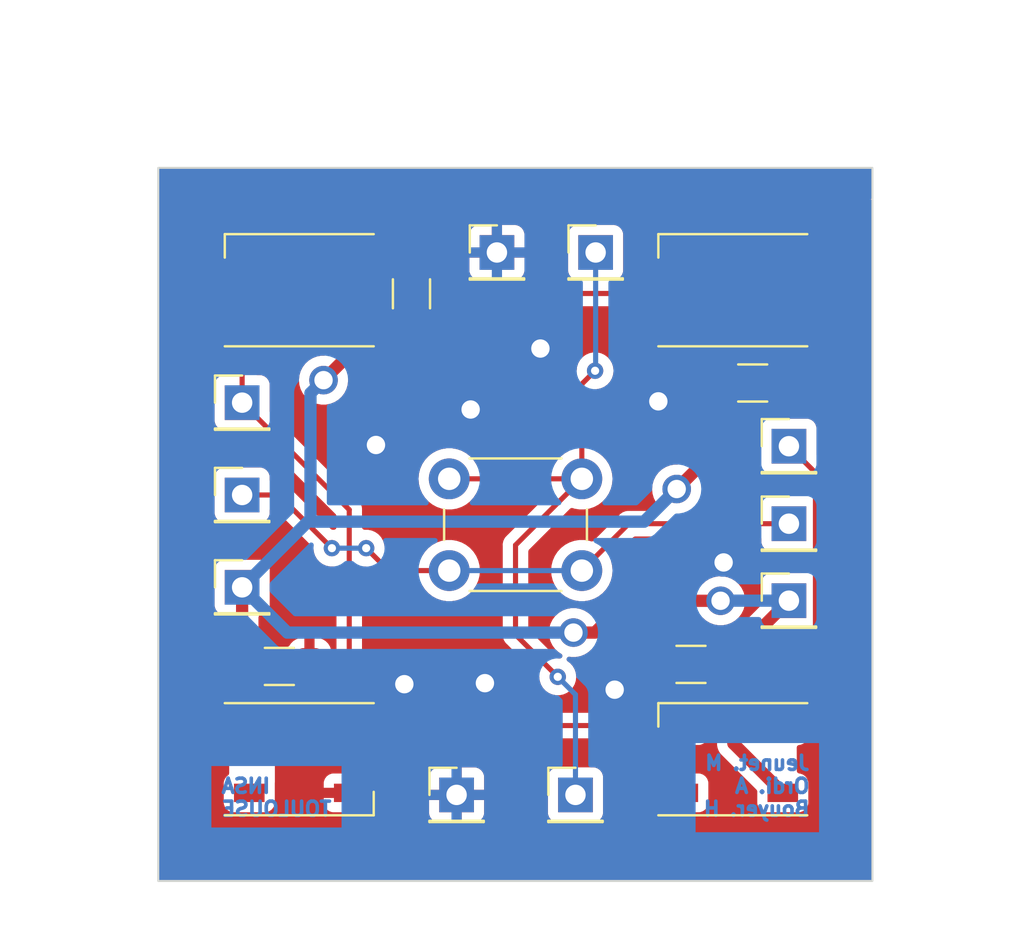
<source format=kicad_pcb>
(kicad_pcb (version 20221018) (generator pcbnew)
  (layers (0 "F.Cu" signal) (31 "B.Cu" signal) (34 "B.Paste" user) (35 "F.Paste" user) (36 "B.SilkS" user "B.Silkscreen") (37 "F.SilkS" user "F.Silkscreen") (38 "B.Mask" user) (39 "F.Mask" user) (44 "Edge.Cuts" user))
  (net 0 "")
  (net 1 "+5V")
  (net 2 "GND")
  (net 3 "Net-(Connector2-Pin_1)")
  (net 4 "Net-(Connector3-Pin_1)")
  (net 5 "/LED_DIN")
  (net 6 "/LED_DOUT")
  (footprint "Capacitor_SMD:C_1206_3216Metric" (layer "F.Cu") (at 33.01 27.645 90)
    (fp_text reference "C1" hide)
    (fp_text value "100nF" hide)
    (fp_line (start -0.711252 -0.91) (end 0.711252 -0.91) (stroke (width 0.12)) (layer "F.SilkS"))
    (fp_line (start -0.711252 0.91) (end 0.711252 0.91) (stroke (width 0.12)) (layer "F.SilkS"))
    (pad "1" smd roundrect (at -1.475 0 90) (size 1.15 1.8) (layers "F.Cu" "F.Paste" "F.Mask") (roundrect_rratio 0.2173913043) (net 1 "+5V"))
    (pad "2" smd roundrect (at 1.475 0 90) (size 1.15 1.8) (layers "F.Cu" "F.Paste" "F.Mask") (roundrect_rratio 0.2173913043) (net 2 "GND"))
  )
  (footprint "Connector_PinHeader_2.54mm:PinHeader_1x01_P2.54mm_Vertical" (layer "F.Cu") (at 51.51 38.92)
    (fp_text reference "Connector7" hide)
    (fp_text value "BP_LINE_OUT")
    (fp_line (start -1.33 -1.33) (end 0 -1.33) (stroke (width 0.12)) (layer "F.SilkS"))
    (fp_line (start -1.33 0) (end -1.33 -1.33) (stroke (width 0.12)) (layer "F.SilkS"))
    (fp_line (start -1.33 1.27) (end -1.33 1.33) (stroke (width 0.12)) (layer "F.SilkS"))
    (fp_line (start -1.33 1.27) (end 1.33 1.27) (stroke (width 0.12)) (layer "F.SilkS"))
    (fp_line (start -1.33 1.33) (end 1.33 1.33) (stroke (width 0.12)) (layer "F.SilkS"))
    (fp_line (start 1.33 1.27) (end 1.33 1.33) (stroke (width 0.12)) (layer "F.SilkS"))
    (pad "1" thru_hole rect (at 0 0) (size 1.7 1.7) (drill 1) (layers "*.Cu" "*.Mask") (net 3 "Net-(Connector2-Pin_1)"))
  )
  (footprint "LED_SMD:LED_WS2812B_PLCC4_5.0x5.0mm_P3.2mm" (layer "F.Cu") (at 27.51 50.47)
    (fp_text reference "D3" hide)
    (fp_text value "WS2812B" hide)
    (fp_line (start -3.65 -2.75) (end 3.65 -2.75) (stroke (width 0.12)) (layer "F.SilkS"))
    (fp_line (start -3.65 2.75) (end 3.65 2.75) (stroke (width 0.12)) (layer "F.SilkS"))
    (fp_line (start 3.65 2.75) (end 3.65 1.6) (stroke (width 0.12)) (layer "F.SilkS"))
    (pad "1" smd rect (at -2.45 -1.65) (size 1.5 0.9) (layers "F.Cu" "F.Paste" "F.Mask") (net 1 "+5V"))
    (pad "2" smd rect (at -2.45 1.65) (size 1.5 0.9) (layers "F.Cu" "F.Paste" "F.Mask"))
    (pad "3" smd rect (at 2.45 1.65) (size 1.5 0.9) (layers "F.Cu" "F.Paste" "F.Mask") (net 2 "GND"))
    (pad "4" smd rect (at 2.45 -1.65) (size 1.5 0.9) (layers "F.Cu" "F.Paste" "F.Mask") (net 5 "/LED_DIN"))
  )
  (footprint "Capacitor_SMD:C_1206_3216Metric" (layer "F.Cu") (at 26.535 45.92)
    (fp_text reference "C3" hide)
    (fp_text value "100nF" hide)
    (fp_line (start -0.711252 -0.91) (end 0.711252 -0.91) (stroke (width 0.12)) (layer "F.SilkS"))
    (fp_line (start -0.711252 0.91) (end 0.711252 0.91) (stroke (width 0.12)) (layer "F.SilkS"))
    (pad "1" smd roundrect (at -1.475 0) (size 1.15 1.8) (layers "F.Cu" "F.Paste" "F.Mask") (roundrect_rratio 0.2173913043) (net 1 "+5V"))
    (pad "2" smd roundrect (at 1.475 0) (size 1.15 1.8) (layers "F.Cu" "F.Paste" "F.Mask") (roundrect_rratio 0.2173913043) (net 2 "GND"))
  )
  (footprint "LED_SMD:LED_WS2812B_PLCC4_5.0x5.0mm_P3.2mm" (layer "F.Cu") (at 27.51 27.47 180)
    (fp_text reference "D1" hide)
    (fp_text value "WS2812B" hide)
    (fp_line (start -3.65 -2.75) (end 3.65 -2.75) (stroke (width 0.12)) (layer "F.SilkS"))
    (fp_line (start -3.65 2.75) (end 3.65 2.75) (stroke (width 0.12)) (layer "F.SilkS"))
    (fp_line (start 3.65 2.75) (end 3.65 1.6) (stroke (width 0.12)) (layer "F.SilkS"))
    (pad "1" smd rect (at -2.45 -1.65 180) (size 1.5 0.9) (layers "F.Cu" "F.Paste" "F.Mask") (net 1 "+5V"))
    (pad "2" smd rect (at -2.45 1.65 180) (size 1.5 0.9) (layers "F.Cu" "F.Paste" "F.Mask"))
    (pad "3" smd rect (at 2.45 1.65 180) (size 1.5 0.9) (layers "F.Cu" "F.Paste" "F.Mask") (net 2 "GND"))
    (pad "4" smd rect (at 2.45 -1.65 180) (size 1.5 0.9) (layers "F.Cu" "F.Paste" "F.Mask") (net 5 "/LED_DIN"))
  )
  (footprint "LED_SMD:LED_WS2812B_PLCC4_5.0x5.0mm_P3.2mm" (layer "F.Cu") (at 48.76 50.47 180)
    (fp_text reference "D4" hide)
    (fp_text value "WS2812B" hide)
    (fp_line (start -3.65 -2.75) (end 3.65 -2.75) (stroke (width 0.12)) (layer "F.SilkS"))
    (fp_line (start -3.65 2.75) (end 3.65 2.75) (stroke (width 0.12)) (layer "F.SilkS"))
    (fp_line (start 3.65 2.75) (end 3.65 1.6) (stroke (width 0.12)) (layer "F.SilkS"))
    (pad "1" smd rect (at -2.45 -1.65 180) (size 1.5 0.9) (layers "F.Cu" "F.Paste" "F.Mask") (net 1 "+5V"))
    (pad "2" smd rect (at -2.45 1.65 180) (size 1.5 0.9) (layers "F.Cu" "F.Paste" "F.Mask") (net 6 "/LED_DOUT"))
    (pad "3" smd rect (at 2.45 1.65 180) (size 1.5 0.9) (layers "F.Cu" "F.Paste" "F.Mask") (net 2 "GND"))
    (pad "4" smd rect (at 2.45 -1.65 180) (size 1.5 0.9) (layers "F.Cu" "F.Paste" "F.Mask") (net 5 "/LED_DIN"))
  )
  (footprint "Connector_PinHeader_2.54mm:PinHeader_1x01_P2.54mm_Vertical" (layer "F.Cu") (at 41.048332 52.22)
    (fp_text reference "Connector8" hide)
    (fp_text value "BP_COLL_OUT" hide)
    (fp_line (start -1.33 -1.33) (end 0 -1.33) (stroke (width 0.12)) (layer "F.SilkS"))
    (fp_line (start -1.33 0) (end -1.33 -1.33) (stroke (width 0.12)) (layer "F.SilkS"))
    (fp_line (start -1.33 1.27) (end -1.33 1.33) (stroke (width 0.12)) (layer "F.SilkS"))
    (fp_line (start -1.33 1.27) (end 1.33 1.27) (stroke (width 0.12)) (layer "F.SilkS"))
    (fp_line (start -1.33 1.33) (end 1.33 1.33) (stroke (width 0.12)) (layer "F.SilkS"))
    (fp_line (start 1.33 1.27) (end 1.33 1.33) (stroke (width 0.12)) (layer "F.SilkS"))
    (pad "1" thru_hole rect (at 0 0) (size 1.7 1.7) (drill 1) (layers "*.Cu" "*.Mask") (net 4 "Net-(Connector3-Pin_1)"))
  )
  (footprint "Connector_PinHeader_2.54mm:PinHeader_1x01_P2.54mm_Vertical" (layer "F.Cu") (at 37.198333 25.62)
    (fp_text reference "Connector4" hide)
    (fp_text value "GND")
    (fp_line (start -1.33 -1.33) (end 0 -1.33) (stroke (width 0.12)) (layer "F.SilkS"))
    (fp_line (start -1.33 0) (end -1.33 -1.33) (stroke (width 0.12)) (layer "F.SilkS"))
    (fp_line (start -1.33 1.27) (end -1.33 1.33) (stroke (width 0.12)) (layer "F.SilkS"))
    (fp_line (start -1.33 1.27) (end 1.33 1.27) (stroke (width 0.12)) (layer "F.SilkS"))
    (fp_line (start -1.33 1.33) (end 1.33 1.33) (stroke (width 0.12)) (layer "F.SilkS"))
    (fp_line (start 1.33 1.27) (end 1.33 1.33) (stroke (width 0.12)) (layer "F.SilkS"))
    (pad "1" thru_hole rect (at 0 0) (size 1.7 1.7) (drill 1) (layers "*.Cu" "*.Mask") (net 2 "GND"))
  )
  (footprint "Capacitor_SMD:C_1206_3216Metric" (layer "F.Cu") (at 46.71 45.82 180)
    (fp_text reference "C4" hide)
    (fp_text value "100nF" hide)
    (fp_line (start -0.711252 -0.91) (end 0.711252 -0.91) (stroke (width 0.12)) (layer "F.SilkS"))
    (fp_line (start -0.711252 0.91) (end 0.711252 0.91) (stroke (width 0.12)) (layer "F.SilkS"))
    (pad "1" smd roundrect (at -1.475 0 180) (size 1.15 1.8) (layers "F.Cu" "F.Paste" "F.Mask") (roundrect_rratio 0.2173913043) (net 1 "+5V"))
    (pad "2" smd roundrect (at 1.475 0 180) (size 1.15 1.8) (layers "F.Cu" "F.Paste" "F.Mask") (roundrect_rratio 0.2173913043) (net 2 "GND"))
  )
  (footprint "Connector_PinHeader_2.54mm:PinHeader_1x01_P2.54mm_Vertical" (layer "F.Cu") (at 24.71 42.04125)
    (fp_text reference "Connector1" hide)
    (fp_text value "5V")
    (fp_line (start -1.33 -1.33) (end 0 -1.33) (stroke (width 0.12)) (layer "F.SilkS"))
    (fp_line (start -1.33 0) (end -1.33 -1.33) (stroke (width 0.12)) (layer "F.SilkS"))
    (fp_line (start -1.33 1.27) (end -1.33 1.33) (stroke (width 0.12)) (layer "F.SilkS"))
    (fp_line (start -1.33 1.27) (end 1.33 1.27) (stroke (width 0.12)) (layer "F.SilkS"))
    (fp_line (start -1.33 1.33) (end 1.33 1.33) (stroke (width 0.12)) (layer "F.SilkS"))
    (fp_line (start 1.33 1.27) (end 1.33 1.33) (stroke (width 0.12)) (layer "F.SilkS"))
    (pad "1" thru_hole rect (at 0 0) (size 1.7 1.7) (drill 1) (layers "*.Cu" "*.Mask") (net 1 "+5V"))
  )
  (footprint "Capacitor_SMD:C_1206_3216Metric" (layer "F.Cu") (at 49.735 32.02 180)
    (fp_text reference "C2" hide)
    (fp_text value "100nF" hide)
    (fp_line (start -0.711252 -0.91) (end 0.711252 -0.91) (stroke (width 0.12)) (layer "F.SilkS"))
    (fp_line (start -0.711252 0.91) (end 0.711252 0.91) (stroke (width 0.12)) (layer "F.SilkS"))
    (pad "1" smd roundrect (at -1.475 0 180) (size 1.15 1.8) (layers "F.Cu" "F.Paste" "F.Mask") (roundrect_rratio 0.2173913043) (net 1 "+5V"))
    (pad "2" smd roundrect (at 1.475 0 180) (size 1.15 1.8) (layers "F.Cu" "F.Paste" "F.Mask") (roundrect_rratio 0.2173913043) (net 2 "GND"))
  )
  (footprint "Connector_PinHeader_2.54mm:PinHeader_1x01_P2.54mm_Vertical" (layer "F.Cu") (at 24.71 32.98375)
    (fp_text reference "Connector5" hide)
    (fp_text value "LED_IN")
    (fp_line (start -1.33 -1.33) (end 0 -1.33) (stroke (width 0.12)) (layer "F.SilkS"))
    (fp_line (start -1.33 0) (end -1.33 -1.33) (stroke (width 0.12)) (layer "F.SilkS"))
    (fp_line (start -1.33 1.27) (end -1.33 1.33) (stroke (width 0.12)) (layer "F.SilkS"))
    (fp_line (start -1.33 1.27) (end 1.33 1.27) (stroke (width 0.12)) (layer "F.SilkS"))
    (fp_line (start -1.33 1.33) (end 1.33 1.33) (stroke (width 0.12)) (layer "F.SilkS"))
    (fp_line (start 1.33 1.27) (end 1.33 1.33) (stroke (width 0.12)) (layer "F.SilkS"))
    (pad "1" thru_hole rect (at 0 0) (size 1.7 1.7) (drill 1) (layers "*.Cu" "*.Mask") (net 5 "/LED_DIN"))
  )
  (footprint "Button_Switch_THT:SW_PUSH_6mm" (layer "F.Cu") (at 34.86 36.72)
    (fp_text reference "SW1" hide)
    (fp_text value "SW_Push_Button" hide)
    (fp_line (start -0.25 1.5) (end -0.25 3) (stroke (width 0.12)) (layer "F.SilkS"))
    (fp_line (start 1 5.5) (end 5.5 5.5) (stroke (width 0.12)) (layer "F.SilkS"))
    (fp_line (start 5.5 -1) (end 1 -1) (stroke (width 0.12)) (layer "F.SilkS"))
    (fp_line (start 6.75 3) (end 6.75 1.5) (stroke (width 0.12)) (layer "F.SilkS"))
    (pad "1" thru_hole circle (at 0 0 90) (size 2 2) (drill 1.1) (layers "*.Cu" "*.Mask") (net 4 "Net-(Connector3-Pin_1)"))
    (pad "1" thru_hole circle (at 6.5 0 90) (size 2 2) (drill 1.1) (layers "*.Cu" "*.Mask") (net 4 "Net-(Connector3-Pin_1)"))
    (pad "2" thru_hole circle (at 0 4.5 90) (size 2 2) (drill 1.1) (layers "*.Cu" "*.Mask") (net 3 "Net-(Connector2-Pin_1)"))
    (pad "2" thru_hole circle (at 6.5 4.5 90) (size 2 2) (drill 1.1) (layers "*.Cu" "*.Mask") (net 3 "Net-(Connector2-Pin_1)"))
  )
  (footprint "LED_SMD:LED_WS2812B_PLCC4_5.0x5.0mm_P3.2mm" (layer "F.Cu") (at 48.76 27.47 180)
    (fp_text reference "D2" hide)
    (fp_text value "WS2812B" hide)
    (fp_line (start -3.65 -2.75) (end 3.65 -2.75) (stroke (width 0.12)) (layer "F.SilkS"))
    (fp_line (start -3.65 2.75) (end 3.65 2.75) (stroke (width 0.12)) (layer "F.SilkS"))
    (fp_line (start 3.65 2.75) (end 3.65 1.6) (stroke (width 0.12)) (layer "F.SilkS"))
    (pad "1" smd rect (at -2.45 -1.65 180) (size 1.5 0.9) (layers "F.Cu" "F.Paste" "F.Mask") (net 1 "+5V"))
    (pad "2" smd rect (at -2.45 1.65 180) (size 1.5 0.9) (layers "F.Cu" "F.Paste" "F.Mask"))
    (pad "3" smd rect (at 2.45 1.65 180) (size 1.5 0.9) (layers "F.Cu" "F.Paste" "F.Mask") (net 2 "GND"))
    (pad "4" smd rect (at 2.45 -1.65 180) (size 1.5 0.9) (layers "F.Cu" "F.Paste" "F.Mask") (net 5 "/LED_DIN"))
  )
  (footprint "Connector_PinHeader_2.54mm:PinHeader_1x01_P2.54mm_Vertical" (layer "F.Cu") (at 24.71 37.5125)
    (fp_text reference "Connector2" hide)
    (fp_text value "BP_LINE_IN")
    (fp_line (start -1.33 -1.33) (end 0 -1.33) (stroke (width 0.12)) (layer "F.SilkS"))
    (fp_line (start -1.33 0) (end -1.33 -1.33) (stroke (width 0.12)) (layer "F.SilkS"))
    (fp_line (start -1.33 1.27) (end -1.33 1.33) (stroke (width 0.12)) (layer "F.SilkS"))
    (fp_line (start -1.33 1.27) (end 1.33 1.27) (stroke (width 0.12)) (layer "F.SilkS"))
    (fp_line (start -1.33 1.33) (end 1.33 1.33) (stroke (width 0.12)) (layer "F.SilkS"))
    (fp_line (start 1.33 1.27) (end 1.33 1.33) (stroke (width 0.12)) (layer "F.SilkS"))
    (pad "1" thru_hole rect (at 0 0) (size 1.7 1.7) (drill 1) (layers "*.Cu" "*.Mask") (net 3 "Net-(Connector2-Pin_1)"))
  )
  (footprint "Connector_PinHeader_2.54mm:PinHeader_1x01_P2.54mm_Vertical" (layer "F.Cu") (at 51.51 42.695)
    (fp_text reference "Connector9" hide)
    (fp_text value "5V")
    (fp_line (start -1.33 -1.33) (end 0 -1.33) (stroke (width 0.12)) (layer "F.SilkS"))
    (fp_line (start -1.33 0) (end -1.33 -1.33) (stroke (width 0.12)) (layer "F.SilkS"))
    (fp_line (start -1.33 1.27) (end -1.33 1.33) (stroke (width 0.12)) (layer "F.SilkS"))
    (fp_line (start -1.33 1.27) (end 1.33 1.27) (stroke (width 0.12)) (layer "F.SilkS"))
    (fp_line (start -1.33 1.33) (end 1.33 1.33) (stroke (width 0.12)) (layer "F.SilkS"))
    (fp_line (start 1.33 1.27) (end 1.33 1.33) (stroke (width 0.12)) (layer "F.SilkS"))
    (pad "1" thru_hole rect (at 0 0) (size 1.7 1.7) (drill 1) (layers "*.Cu" "*.Mask") (net 1 "+5V"))
  )
  (footprint "Connector_PinHeader_2.54mm:PinHeader_1x01_P2.54mm_Vertical" (layer "F.Cu") (at 51.51 35.12)
    (fp_text reference "Connector6" hide)
    (fp_text value "LED_OUT")
    (fp_line (start -1.33 -1.33) (end 0 -1.33) (stroke (width 0.12)) (layer "F.SilkS"))
    (fp_line (start -1.33 0) (end -1.33 -1.33) (stroke (width 0.12)) (layer "F.SilkS"))
    (fp_line (start -1.33 1.27) (end -1.33 1.33) (stroke (width 0.12)) (layer "F.SilkS"))
    (fp_line (start -1.33 1.27) (end 1.33 1.27) (stroke (width 0.12)) (layer "F.SilkS"))
    (fp_line (start -1.33 1.33) (end 1.33 1.33) (stroke (width 0.12)) (layer "F.SilkS"))
    (fp_line (start 1.33 1.27) (end 1.33 1.33) (stroke (width 0.12)) (layer "F.SilkS"))
    (pad "1" thru_hole rect (at 0 0) (size 1.7 1.7) (drill 1) (layers "*.Cu" "*.Mask") (net 6 "/LED_DOUT"))
  )
  (footprint "Connector_PinHeader_2.54mm:PinHeader_1x01_P2.54mm_Vertical" (layer "F.Cu") (at 35.221666 52.22)
    (fp_text reference "Connector10" hide)
    (fp_text value "GND" hide)
    (fp_line (start -1.33 -1.33) (end 0 -1.33) (stroke (width 0.12)) (layer "F.SilkS"))
    (fp_line (start -1.33 0) (end -1.33 -1.33) (stroke (width 0.12)) (layer "F.SilkS"))
    (fp_line (start -1.33 1.27) (end -1.33 1.33) (stroke (width 0.12)) (layer "F.SilkS"))
    (fp_line (start -1.33 1.27) (end 1.33 1.27) (stroke (width 0.12)) (layer "F.SilkS"))
    (fp_line (start -1.33 1.33) (end 1.33 1.33) (stroke (width 0.12)) (layer "F.SilkS"))
    (fp_line (start 1.33 1.27) (end 1.33 1.33) (stroke (width 0.12)) (layer "F.SilkS"))
    (pad "1" thru_hole rect (at 0 0) (size 1.7 1.7) (drill 1) (layers "*.Cu" "*.Mask") (net 2 "GND"))
  )
  (footprint "Connector_PinHeader_2.54mm:PinHeader_1x01_P2.54mm_Vertical" (layer "F.Cu") (at 42.036666 25.62)
    (fp_text reference "Connector3" hide)
    (fp_text value "BP_COLL_IN")
    (fp_line (start -1.33 -1.33) (end 0 -1.33) (stroke (width 0.12)) (layer "F.SilkS"))
    (fp_line (start -1.33 0) (end -1.33 -1.33) (stroke (width 0.12)) (layer "F.SilkS"))
    (fp_line (start -1.33 1.27) (end -1.33 1.33) (stroke (width 0.12)) (layer "F.SilkS"))
    (fp_line (start -1.33 1.27) (end 1.33 1.27) (stroke (width 0.12)) (layer "F.SilkS"))
    (fp_line (start -1.33 1.33) (end 1.33 1.33) (stroke (width 0.12)) (layer "F.SilkS"))
    (fp_line (start 1.33 1.27) (end 1.33 1.33) (stroke (width 0.12)) (layer "F.SilkS"))
    (pad "1" thru_hole rect (at 0 0) (size 1.7 1.7) (drill 1) (layers "*.Cu" "*.Mask") (net 4 "Net-(Connector3-Pin_1)"))
  )
  (gr_rect (start 20.6 21.47) (end 55.6 56.44) (stroke (width 0.1)) (fill none) (layer "Edge.Cuts"))
  (gr_rect (start 55.51 23.01) (end 55.51 23.01) (stroke (width 0.1)) (fill none) (layer "Edge.Cuts"))
  (gr_text "Jeunet. M\nOrdi. A\nBouyer. H" (at 52.61 53.32) (layer "B.Cu") (effects (font (size 0.7 0.7) (thickness 0.175) bold) (justify left bottom mirror)))
  (gr_text "INSA\nTOULOUSE" (at 23.61 53.32) (layer "B.Cu") (effects (font (size 0.7 0.7) (thickness 0.175) bold) (justify right bottom mirror)))
  (segment (start 43.56 42.7) (end 48.16 42.7) (width 0.6) (layer "F.Cu") (net 1))
  (segment (start 48.79 46.425) (end 48.79 49.7) (width 0.6) (layer "F.Cu") (net 1))
  (segment (start 25.06 45.92) (end 25.06 48.82) (width 0.6) (layer "F.Cu") (net 1))
  (segment (start 48.185 45.82) (end 48.79 46.425) (width 0.6) (layer "F.Cu") (net 1))
  (segment (start 29.96 30.62) (end 28.7 31.88) (width 0.6) (layer "F.Cu") (net 1))
  (segment (start 51.21 32.02) (end 46.009998 37.22) (width 0.6) (layer "F.Cu") (net 1))
  (segment (start 51.21 32.02) (end 51.21 29.12) (width 0.6) (layer "F.Cu") (net 1))
  (segment (start 24.71 45.57) (end 25.06 45.92) (width 0.6) (layer "F.Cu") (net 1))
  (segment (start 42 44.26) (end 43.56 42.7) (width 0.6) (layer "F.Cu") (net 1))
  (segment (start 29.96 29.12) (end 29.96 30.62) (width 0.6) (layer "F.Cu") (net 1))
  (segment (start 48.79 49.7) (end 51.21 52.12) (width 0.6) (layer "F.Cu") (net 1))
  (segment (start 48.185 45.82) (end 48.385 45.82) (width 0.6) (layer "F.Cu") (net 1))
  (segment (start 24.71 42.04125) (end 24.71 45.57) (width 0.6) (layer "F.Cu") (net 1))
  (segment (start 29.96 29.12) (end 33.01 29.12) (width 0.6) (layer "F.Cu") (net 1))
  (segment (start 40.95 44.26) (end 42 44.26) (width 0.6) (layer "F.Cu") (net 1))
  (segment (start 48.385 45.82) (end 51.51 42.695) (width 0.6) (layer "F.Cu") (net 1))
  (via (at 46.009998 37.22) (size 1.4) (drill 0.9) (layers "F.Cu" "B.Cu") (net 1))
  (via (at 28.7 31.88) (size 1.4) (drill 0.9) (layers "F.Cu" "B.Cu") (net 1))
  (via (at 48.16 42.7) (size 1.4) (drill 0.9) (layers "F.Cu" "B.Cu") (net 1))
  (via (at 40.95 44.26) (size 1.4) (drill 0.9) (layers "F.Cu" "B.Cu") (net 1))
  (segment (start 28.059928 32.520072) (end 28.7 31.88) (width 0.6) (layer "B.Cu") (net 1))
  (segment (start 28.188606 38.82) (end 28.059928 38.691322) (width 0.6) (layer "B.Cu") (net 1))
  (segment (start 28.059928 38.691322) (end 28.059928 32.520072) (width 0.6) (layer "B.Cu") (net 1))
  (segment (start 51.51 42.695) (end 48.165 42.695) (width 0.6) (layer "B.Cu") (net 1))
  (segment (start 44.409998 38.82) (end 28.188606 38.82) (width 0.6) (layer "B.Cu") (net 1))
  (segment (start 40.95 44.26) (end 26.92875 44.26) (width 0.6) (layer "B.Cu") (net 1))
  (segment (start 24.71 42.04125) (end 28.059928 38.691322) (width 0.6) (layer "B.Cu") (net 1))
  (segment (start 46.009998 37.22) (end 44.409998 38.82) (width 0.6) (layer "B.Cu") (net 1))
  (segment (start 26.92875 44.26) (end 24.71 42.04125) (width 0.6) (layer "B.Cu") (net 1))
  (segment (start 48.165 42.695) (end 48.16 42.7) (width 0.6) (layer "B.Cu") (net 1))
  (segment (start 51.51 42.695) (end 51.485 42.72) (width 0.6) (layer "B.Cu") (net 1))
  (via (at 35.91 33.32) (size 1.4) (drill 0.9) (layers "F.Cu" "B.Cu") (net 2))
  (via (at 31.27 35.06) (size 1.4) (drill 0.9) (layers "F.Cu" "B.Cu") (net 2))
  (via (at 48.31 40.82) (size 1.4) (drill 0.9) (layers "F.Cu" "B.Cu") (net 2))
  (via (at 36.61 46.74) (size 1.4) (drill 0.9) (layers "F.Cu" "B.Cu") (net 2))
  (via (at 45.11 32.92) (size 1.4) (drill 0.9) (layers "F.Cu" "B.Cu") (net 2))
  (via (at 39.33 30.33) (size 1.4) (drill 0.9) (layers "F.Cu" "B.Cu") (net 2))
  (via (at 32.66 46.79) (size 1.4) (drill 0.9) (layers "F.Cu" "B.Cu") (net 2))
  (via (at 42.97 47.06) (size 1.4) (drill 0.9) (layers "F.Cu" "B.Cu") (net 2))
  (segment (start 29.11 40.12) (end 26.5025 37.5125) (width 0.25) (layer "F.Cu") (net 3))
  (segment (start 31.89 41.22) (end 34.86 41.22) (width 0.25) (layer "F.Cu") (net 3))
  (segment (start 43.66 38.92) (end 41.36 41.22) (width 0.25) (layer "F.Cu") (net 3))
  (segment (start 26.5025 37.5125) (end 24.71 37.5125) (width 0.25) (layer "F.Cu") (net 3))
  (segment (start 30.79 40.12) (end 31.89 41.22) (width 0.25) (layer "F.Cu") (net 3))
  (segment (start 51.51 38.92) (end 43.66 38.92) (width 0.25) (layer "F.Cu") (net 3))
  (via (at 29.11 40.12) (size 0.8) (drill 0.4) (layers "F.Cu" "B.Cu") (net 3))
  (via (at 30.79 40.12) (size 0.8) (drill 0.4) (layers "F.Cu" "B.Cu") (net 3))
  (segment (start 30.79 40.12) (end 29.11 40.12) (width 0.25) (layer "B.Cu") (net 3))
  (segment (start 41.36 41.22) (end 34.86 41.22) (width 0.25) (layer "B.Cu") (net 3))
  (segment (start 41.36 36.72) (end 41.36 32.07) (width 0.25) (layer "F.Cu") (net 4))
  (segment (start 40.18 46.43) (end 38.11 44.36) (width 0.25) (layer "F.Cu") (net 4))
  (segment (start 38.11 39.97) (end 41.36 36.72) (width 0.25) (layer "F.Cu") (net 4))
  (segment (start 41.36 36.72) (end 34.86 36.72) (width 0.25) (layer "F.Cu") (net 4))
  (segment (start 41.36 32.07) (end 42.01 31.42) (width 0.25) (layer "F.Cu") (net 4))
  (segment (start 38.11 44.36) (end 38.11 39.97) (width 0.25) (layer "F.Cu") (net 4))
  (via (at 40.18 46.43) (size 0.8) (drill 0.4) (layers "F.Cu" "B.Cu") (net 4))
  (via (at 42.01 31.42) (size 0.8) (drill 0.4) (layers "F.Cu" "B.Cu") (net 4))
  (segment (start 41.048332 47.298332) (end 41.048332 52.22) (width 0.25) (layer "B.Cu") (net 4))
  (segment (start 42.036666 31.393334) (end 42.01 31.42) (width 0.25) (layer "B.Cu") (net 4))
  (segment (start 42.036666 25.62) (end 42.036666 31.393334) (width 0.25) (layer "B.Cu") (net 4))
  (segment (start 40.18 46.43) (end 41.048332 47.298332) (width 0.25) (layer "B.Cu") (net 4))
  (segment (start 46.31 52.12) (end 43.01 48.82) (width 0.25) (layer "F.Cu") (net 5))
  (segment (start 29.96 38.23375) (end 24.71 32.98375) (width 0.25) (layer "F.Cu") (net 5))
  (segment (start 46.31 29.12) (end 44.82 27.63) (width 0.25) (layer "F.Cu") (net 5))
  (segment (start 26.55 27.63) (end 25.06 29.12) (width 0.25) (layer "F.Cu") (net 5))
  (segment (start 29.96 48.82) (end 29.96 38.23375) (width 0.25) (layer "F.Cu") (net 5))
  (segment (start 44.82 27.63) (end 26.55 27.63) (width 0.25) (layer "F.Cu") (net 5))
  (segment (start 24.71 29.47) (end 25.06 29.12) (width 0.25) (layer "F.Cu") (net 5))
  (segment (start 24.71 32.98375) (end 24.71 29.47) (width 0.25) (layer "F.Cu") (net 5))
  (segment (start 43.01 48.82) (end 29.96 48.82) (width 0.25) (layer "F.Cu") (net 5))
  (segment (start 52.81 36.42) (end 52.81 47.22) (width 0.25) (layer "F.Cu") (net 6))
  (segment (start 51.51 35.12) (end 52.81 36.42) (width 0.25) (layer "F.Cu") (net 6))
  (segment (start 52.81 47.22) (end 51.21 48.82) (width 0.25) (layer "F.Cu") (net 6))
  (zone (net 0) (net_name "") (layer "F.Cu") (connect_pads no (clearance 0)) (min_thickness 0.25)
    (keepout (tracks allowed) (vias allowed) (pads allowed) (copperpour not_allowed) (footprints allowed))
    (fill (thermal_gap 0.5) (thermal_bridge_width 0.5) (island_removal_mode 1) (island_area_min 10))
    (polygon (pts (xy 26.314897 51.560026) (xy 24.074897 51.550026) (xy 24.074897 49.340026) (xy 26.314897 49.350026)))
  )
  (zone (net 0) (net_name "") (layer "F.Cu") (connect_pads no (clearance 0)) (min_thickness 0.25)
    (keepout (tracks allowed) (vias allowed) (pads allowed) (copperpour not_allowed) (footprints allowed))
    (fill (thermal_gap 0.5) (thermal_bridge_width 0.5) (island_removal_mode 1) (island_area_min 10))
    (polygon (pts (xy 50.37 32.99) (xy 49.12 32.99) (xy 49.11 31.05) (xy 50.36 31.05)))
  )
  (zone (net 0) (net_name "") (layer "F.Cu") (connect_pads no (clearance 0)) (min_thickness 0.25)
    (keepout (tracks allowed) (vias allowed) (pads allowed) (copperpour not_allowed) (footprints allowed))
    (fill (thermal_gap 0.5) (thermal_bridge_width 0.5) (island_removal_mode 1) (island_area_min 10))
    (polygon (pts (xy 28.851457 28.672621) (xy 28.851457 29.922621) (xy 26.101457 29.912621) (xy 26.101457 28.662621)))
  )
  (zone (net 0) (net_name "") (layer "F.Cu") (connect_pads no (clearance 0)) (min_thickness 0.25)
    (keepout (tracks not_allowed) (vias not_allowed) (pads not_allowed) (copperpour not_allowed) (footprints allowed))
    (fill (thermal_gap 0.5) (thermal_bridge_width 0.5) (island_removal_mode 1) (island_area_min 10))
    (polygon (pts (xy 27.165 46.89) (xy 25.915 46.89) (xy 25.905 44.95) (xy 27.155 44.95)))
  )
  (zone (net 0) (net_name "") (layer "F.Cu") (connect_pads no (clearance 0)) (min_thickness 0.25)
    (keepout (tracks not_allowed) (vias not_allowed) (pads not_allowed) (copperpour not_allowed) (footprints allowed))
    (fill (thermal_gap 0.5) (thermal_bridge_width 0.5) (island_removal_mode 1) (island_area_min 10))
    (polygon (pts (xy 47.33 46.79) (xy 46.08 46.79) (xy 46.07 44.85) (xy 47.32 44.85)))
  )
  (zone (net 0) (net_name "") (layer "F.Cu") (connect_pads no (clearance 0)) (min_thickness 0.25)
    (keepout (tracks allowed) (vias allowed) (pads allowed) (copperpour not_allowed) (footprints allowed))
    (fill (thermal_gap 0.5) (thermal_bridge_width 0.5) (island_removal_mode 1) (island_area_min 10))
    (polygon (pts (xy 51.9 51.43) (xy 50.65 51.43) (xy 50.64 49.49) (xy 51.89 49.49)))
  )
  (zone (net 2) (net_name "GND") (layers "F&B.Cu") (connect_pads (clearance 0.5)) (min_thickness 0.25) (fill yes (thermal_gap 0.5) (thermal_bridge_width 0.5))
    (polygon (pts (xy 59.93 59.79) (xy 60.35 19.3) (xy 15.67 18.8) (xy 15.25 59.29)))
  )
)
</source>
